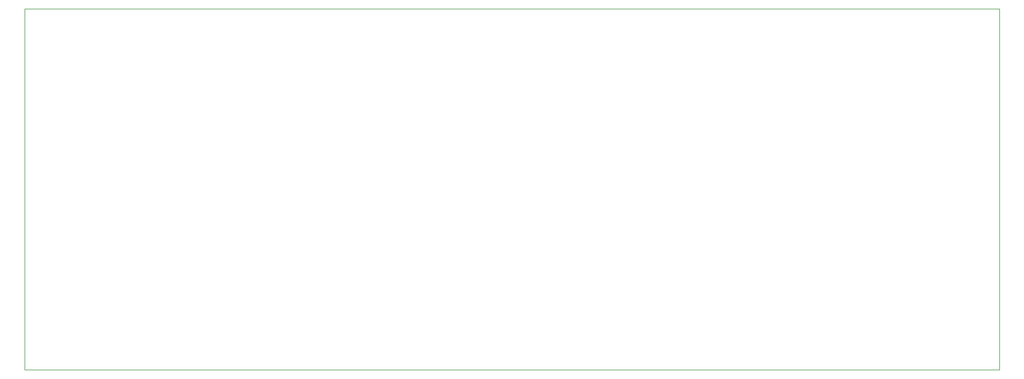
<source format=gbr>
G04 #@! TF.GenerationSoftware,KiCad,Pcbnew,5.1.7-a382d34a8~87~ubuntu20.04.1*
G04 #@! TF.CreationDate,2020-10-24T07:52:54+02:00*
G04 #@! TF.ProjectId,reflow_ofen_steuerung,7265666c-6f77-45f6-9f66-656e5f737465,1.0.0*
G04 #@! TF.SameCoordinates,Original*
G04 #@! TF.FileFunction,Profile,NP*
%FSLAX46Y46*%
G04 Gerber Fmt 4.6, Leading zero omitted, Abs format (unit mm)*
G04 Created by KiCad (PCBNEW 5.1.7-a382d34a8~87~ubuntu20.04.1) date 2020-10-24 07:52:54*
%MOMM*%
%LPD*%
G01*
G04 APERTURE LIST*
G04 #@! TA.AperFunction,Profile*
%ADD10C,0.050000*%
G04 #@! TD*
G04 APERTURE END LIST*
D10*
X68326000Y-124714000D02*
X68326000Y-68834000D01*
X219202000Y-124714000D02*
X68326000Y-124714000D01*
X219202000Y-68834000D02*
X219202000Y-124714000D01*
X68326000Y-68834000D02*
X219202000Y-68834000D01*
M02*

</source>
